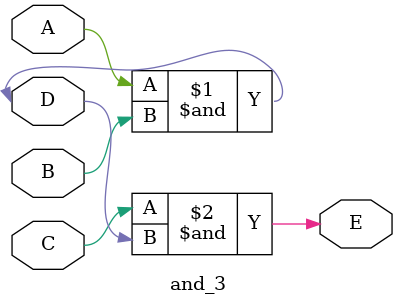
<source format=v>
`timescale 1ns / 1ps
module and_3(output E, input A, B, C, D);
    assign D = A&B;
    assign E = C&D;
endmodule

//module and_3(
//input A,B,C,
//output D 
//);
//    assign A = 1;
//    assign D = (A&B)&C;
//endmodule

</source>
